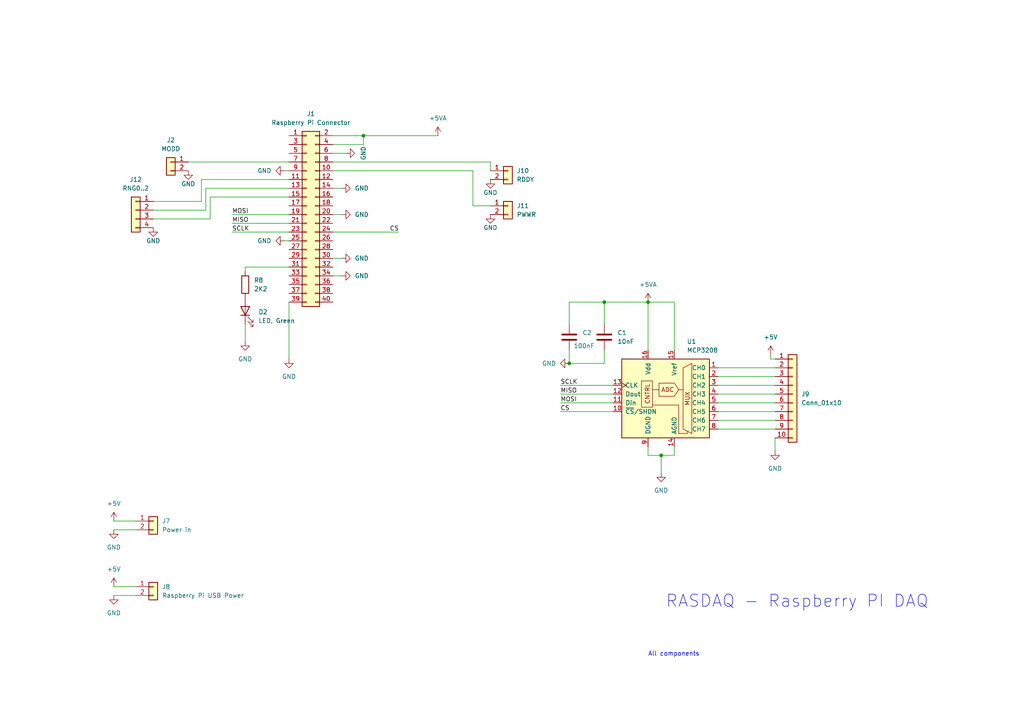
<source format=kicad_sch>
(kicad_sch (version 20230121) (generator eeschema)
  (paper "A4")
  (lib_symbols
    (symbol "Analog_ADC:MCP3208" (pin_names (offset 1.016))
      (property "Reference" "U" (at -5.08 13.335 0))
      (property "Value" "MCP3208" (at -5.08 11.43 0))
      (symbol "MCP3208_0_0"
        (text "ADC" (at -0.635 1.27 0) (effects (font (size 1.27 1.27))))
        (text "CNTRL" (at 5.969 -2.921 900) (effects (font (size 1.27 1.27)) (justify left bottom)))
        (text "MUX" (at -6.35 -1.27 900) (effects (font (size 1.27 1.27))))
      )
      (symbol "MCP3208_0_1"
        (polyline (pts (xy -3.81 1.27) (xy -5.08 1.27)))
        (polyline (pts (xy 1.905 1.27) (xy 3.81 1.27)))
        (polyline (pts (xy -7.62 8.89) (xy -7.62 -11.43) (xy -5.08 -10.16) (xy -5.08 7.62) (xy -7.62 8.89)))
        (polyline (pts (xy 3.81 -3.175) (xy -3.81 -3.175) (xy -3.81 -11.43) (xy -6.35 -11.43) (xy -6.35 -10.795)))
        (polyline (pts (xy 1.905 3.175) (xy 1.905 -0.635) (xy -2.54 -0.635) (xy -3.81 1.27) (xy -2.54 3.175) (xy 1.905 3.175)))
        (rectangle (start 3.81 -3.81) (end 6.985 3.81))
        (rectangle (start 12.7 -12.7) (end -12.7 10.16) (stroke (width 0.254)) (fill (type background)))
      )
      (symbol "MCP3208_1_1"
        (pin input line (at -15.24 7.62 0) (length 2.54) (name "CH0") (number "1"))
        (pin input line (at 15.24 -5.08 180) (length 2.54) (name "~{CS}/SHDN") (number "10"))
        (pin input line (at 15.24 -2.54 180) (length 2.54) (name "Din") (number "11"))
        (pin output line (at 15.24 0 180) (length 2.54) (name "Dout") (number "12"))
        (pin input clock (at 15.24 2.54 180) (length 2.54) (name "CLK") (number "13"))
        (pin power_in line (at -2.54 -15.24 90) (length 2.54) (name "AGND") (number "14"))
        (pin power_in line (at -2.54 12.7 270) (length 2.54) (name "Vref") (number "15"))
        (pin power_in line (at 5.08 12.7 270) (length 2.54) (name "Vdd") (number "16"))
        (pin input line (at -15.24 5.08 0) (length 2.54) (name "CH1") (number "2"))
        (pin input line (at -15.24 2.54 0) (length 2.54) (name "CH2") (number "3"))
        (pin input line (at -15.24 0 0) (length 2.54) (name "CH3") (number "4"))
        (pin input line (at -15.24 -2.54 0) (length 2.54) (name "CH4") (number "5"))
        (pin input line (at -15.24 -5.08 0) (length 2.54) (name "CH5") (number "6"))
        (pin input line (at -15.24 -7.62 0) (length 2.54) (name "CH6") (number "7"))
        (pin input line (at -15.24 -10.16 0) (length 2.54) (name "CH7") (number "8"))
        (pin power_in line (at 5.08 -15.24 90) (length 2.54) (name "DGND") (number "9"))
      )
    )
    (symbol "Connector_Generic:Conn_01x02" (pin_names (offset 1.016) hide)
      (property "Reference" "J" (at 0 2.54 0))
      (property "Value" "Conn_01x02" (at 0 -5.08 0))
      (symbol "Conn_01x02_1_1"
        (rectangle (start -1.27 -2.413) (end 0 -2.667) (stroke (width 0.1524)))
        (rectangle (start -1.27 0.127) (end 0 -0.127) (stroke (width 0.1524)))
        (rectangle (start -1.27 1.27) (end 1.27 -3.81) (stroke (width 0.254)) (fill (type background)))
        (pin passive line (at -5.08 0 0) (length 3.81) (name "Pin_1") (number "1"))
        (pin passive line (at -5.08 -2.54 0) (length 3.81) (name "Pin_2") (number "2"))
      )
    )
    (symbol "Connector_Generic:Conn_01x04" (pin_names (offset 1.016) hide)
      (property "Reference" "J" (at 0 5.08 0))
      (property "Value" "Conn_01x04" (at 0 -7.62 0))
      (symbol "Conn_01x04_1_1"
        (rectangle (start -1.27 -4.953) (end 0 -5.207) (stroke (width 0.1524)))
        (rectangle (start -1.27 -2.413) (end 0 -2.667) (stroke (width 0.1524)))
        (rectangle (start -1.27 0.127) (end 0 -0.127) (stroke (width 0.1524)))
        (rectangle (start -1.27 2.667) (end 0 2.413) (stroke (width 0.1524)))
        (rectangle (start -1.27 3.81) (end 1.27 -6.35) (stroke (width 0.254)) (fill (type background)))
        (pin passive line (at -5.08 2.54 0) (length 3.81) (name "Pin_1") (number "1"))
        (pin passive line (at -5.08 0 0) (length 3.81) (name "Pin_2") (number "2"))
        (pin passive line (at -5.08 -2.54 0) (length 3.81) (name "Pin_3") (number "3"))
        (pin passive line (at -5.08 -5.08 0) (length 3.81) (name "Pin_4") (number "4"))
      )
    )
    (symbol "Connector_Generic:Conn_01x10" (pin_names (offset 1.016) hide)
      (property "Reference" "J" (at 0 12.7 0))
      (property "Value" "Conn_01x10" (at 0 -15.24 0))
      (symbol "Conn_01x10_1_1"
        (rectangle (start -1.27 -12.573) (end 0 -12.827) (stroke (width 0.1524)))
        (rectangle (start -1.27 -10.033) (end 0 -10.287) (stroke (width 0.1524)))
        (rectangle (start -1.27 -7.493) (end 0 -7.747) (stroke (width 0.1524)))
        (rectangle (start -1.27 -4.953) (end 0 -5.207) (stroke (width 0.1524)))
        (rectangle (start -1.27 -2.413) (end 0 -2.667) (stroke (width 0.1524)))
        (rectangle (start -1.27 0.127) (end 0 -0.127) (stroke (width 0.1524)))
        (rectangle (start -1.27 2.667) (end 0 2.413) (stroke (width 0.1524)))
        (rectangle (start -1.27 5.207) (end 0 4.953) (stroke (width 0.1524)))
        (rectangle (start -1.27 7.747) (end 0 7.493) (stroke (width 0.1524)))
        (rectangle (start -1.27 10.287) (end 0 10.033) (stroke (width 0.1524)))
        (rectangle (start -1.27 11.43) (end 1.27 -13.97) (stroke (width 0.254)) (fill (type background)))
        (pin passive line (at -5.08 10.16 0) (length 3.81) (name "Pin_1") (number "1"))
        (pin passive line (at -5.08 -12.7 0) (length 3.81) (name "Pin_10") (number "10"))
        (pin passive line (at -5.08 7.62 0) (length 3.81) (name "Pin_2") (number "2"))
        (pin passive line (at -5.08 5.08 0) (length 3.81) (name "Pin_3") (number "3"))
        (pin passive line (at -5.08 2.54 0) (length 3.81) (name "Pin_4") (number "4"))
        (pin passive line (at -5.08 0 0) (length 3.81) (name "Pin_5") (number "5"))
        (pin passive line (at -5.08 -2.54 0) (length 3.81) (name "Pin_6") (number "6"))
        (pin passive line (at -5.08 -5.08 0) (length 3.81) (name "Pin_7") (number "7"))
        (pin passive line (at -5.08 -7.62 0) (length 3.81) (name "Pin_8") (number "8"))
        (pin passive line (at -5.08 -10.16 0) (length 3.81) (name "Pin_9") (number "9"))
      )
    )
    (symbol "Connector_Generic:Conn_02x20_Odd_Even" (pin_names (offset 1.016) hide)
      (property "Reference" "J" (at 1.27 25.4 0))
      (property "Value" "Conn_02x20_Odd_Even" (at 1.27 -27.94 0))
      (symbol "Conn_02x20_Odd_Even_1_1"
        (rectangle (start -1.27 -25.273) (end 0 -25.527) (stroke (width 0.1524)))
        (rectangle (start -1.27 -22.733) (end 0 -22.987) (stroke (width 0.1524)))
        (rectangle (start -1.27 -20.193) (end 0 -20.447) (stroke (width 0.1524)))
        (rectangle (start -1.27 -17.653) (end 0 -17.907) (stroke (width 0.1524)))
        (rectangle (start -1.27 -15.113) (end 0 -15.367) (stroke (width 0.1524)))
        (rectangle (start -1.27 -12.573) (end 0 -12.827) (stroke (width 0.1524)))
        (rectangle (start -1.27 -10.033) (end 0 -10.287) (stroke (width 0.1524)))
        (rectangle (start -1.27 -7.493) (end 0 -7.747) (stroke (width 0.1524)))
        (rectangle (start -1.27 -4.953) (end 0 -5.207) (stroke (width 0.1524)))
        (rectangle (start -1.27 -2.413) (end 0 -2.667) (stroke (width 0.1524)))
        (rectangle (start -1.27 0.127) (end 0 -0.127) (stroke (width 0.1524)))
        (rectangle (start -1.27 2.667) (end 0 2.413) (stroke (width 0.1524)))
        (rectangle (start -1.27 5.207) (end 0 4.953) (stroke (width 0.1524)))
        (rectangle (start -1.27 7.747) (end 0 7.493) (stroke (width 0.1524)))
        (rectangle (start -1.27 10.287) (end 0 10.033) (stroke (width 0.1524)))
        (rectangle (start -1.27 12.827) (end 0 12.573) (stroke (width 0.1524)))
        (rectangle (start -1.27 15.367) (end 0 15.113) (stroke (width 0.1524)))
        (rectangle (start -1.27 17.907) (end 0 17.653) (stroke (width 0.1524)))
        (rectangle (start -1.27 20.447) (end 0 20.193) (stroke (width 0.1524)))
        (rectangle (start -1.27 22.987) (end 0 22.733) (stroke (width 0.1524)))
        (rectangle (start -1.27 24.13) (end 3.81 -26.67) (stroke (width 0.254)) (fill (type background)))
        (rectangle (start 3.81 -25.273) (end 2.54 -25.527) (stroke (width 0.1524)))
        (rectangle (start 3.81 -22.733) (end 2.54 -22.987) (stroke (width 0.1524)))
        (rectangle (start 3.81 -20.193) (end 2.54 -20.447) (stroke (width 0.1524)))
        (rectangle (start 3.81 -17.653) (end 2.54 -17.907) (stroke (width 0.1524)))
        (rectangle (start 3.81 -15.113) (end 2.54 -15.367) (stroke (width 0.1524)))
        (rectangle (start 3.81 -12.573) (end 2.54 -12.827) (stroke (width 0.1524)))
        (rectangle (start 3.81 -10.033) (end 2.54 -10.287) (stroke (width 0.1524)))
        (rectangle (start 3.81 -7.493) (end 2.54 -7.747) (stroke (width 0.1524)))
        (rectangle (start 3.81 -4.953) (end 2.54 -5.207) (stroke (width 0.1524)))
        (rectangle (start 3.81 -2.413) (end 2.54 -2.667) (stroke (width 0.1524)))
        (rectangle (start 3.81 0.127) (end 2.54 -0.127) (stroke (width 0.1524)))
        (rectangle (start 3.81 2.667) (end 2.54 2.413) (stroke (width 0.1524)))
        (rectangle (start 3.81 5.207) (end 2.54 4.953) (stroke (width 0.1524)))
        (rectangle (start 3.81 7.747) (end 2.54 7.493) (stroke (width 0.1524)))
        (rectangle (start 3.81 10.287) (end 2.54 10.033) (stroke (width 0.1524)))
        (rectangle (start 3.81 12.827) (end 2.54 12.573) (stroke (width 0.1524)))
        (rectangle (start 3.81 15.367) (end 2.54 15.113) (stroke (width 0.1524)))
        (rectangle (start 3.81 17.907) (end 2.54 17.653) (stroke (width 0.1524)))
        (rectangle (start 3.81 20.447) (end 2.54 20.193) (stroke (width 0.1524)))
        (rectangle (start 3.81 22.987) (end 2.54 22.733) (stroke (width 0.1524)))
        (pin passive line (at -5.08 22.86 0) (length 3.81) (name "Pin_1") (number "1"))
        (pin passive line (at 7.62 12.7 180) (length 3.81) (name "Pin_10") (number "10"))
        (pin passive line (at -5.08 10.16 0) (length 3.81) (name "Pin_11") (number "11"))
        (pin passive line (at 7.62 10.16 180) (length 3.81) (name "Pin_12") (number "12"))
        (pin passive line (at -5.08 7.62 0) (length 3.81) (name "Pin_13") (number "13"))
        (pin passive line (at 7.62 7.62 180) (length 3.81) (name "Pin_14") (number "14"))
        (pin passive line (at -5.08 5.08 0) (length 3.81) (name "Pin_15") (number "15"))
        (pin passive line (at 7.62 5.08 180) (length 3.81) (name "Pin_16") (number "16"))
        (pin passive line (at -5.08 2.54 0) (length 3.81) (name "Pin_17") (number "17"))
        (pin passive line (at 7.62 2.54 180) (length 3.81) (name "Pin_18") (number "18"))
        (pin passive line (at -5.08 0 0) (length 3.81) (name "Pin_19") (number "19"))
        (pin passive line (at 7.62 22.86 180) (length 3.81) (name "Pin_2") (number "2"))
        (pin passive line (at 7.62 0 180) (length 3.81) (name "Pin_20") (number "20"))
        (pin passive line (at -5.08 -2.54 0) (length 3.81) (name "Pin_21") (number "21"))
        (pin passive line (at 7.62 -2.54 180) (length 3.81) (name "Pin_22") (number "22"))
        (pin passive line (at -5.08 -5.08 0) (length 3.81) (name "Pin_23") (number "23"))
        (pin passive line (at 7.62 -5.08 180) (length 3.81) (name "Pin_24") (number "24"))
        (pin passive line (at -5.08 -7.62 0) (length 3.81) (name "Pin_25") (number "25"))
        (pin passive line (at 7.62 -7.62 180) (length 3.81) (name "Pin_26") (number "26"))
        (pin passive line (at -5.08 -10.16 0) (length 3.81) (name "Pin_27") (number "27"))
        (pin passive line (at 7.62 -10.16 180) (length 3.81) (name "Pin_28") (number "28"))
        (pin passive line (at -5.08 -12.7 0) (length 3.81) (name "Pin_29") (number "29"))
        (pin passive line (at -5.08 20.32 0) (length 3.81) (name "Pin_3") (number "3"))
        (pin passive line (at 7.62 -12.7 180) (length 3.81) (name "Pin_30") (number "30"))
        (pin passive line (at -5.08 -15.24 0) (length 3.81) (name "Pin_31") (number "31"))
        (pin passive line (at 7.62 -15.24 180) (length 3.81) (name "Pin_32") (number "32"))
        (pin passive line (at -5.08 -17.78 0) (length 3.81) (name "Pin_33") (number "33"))
        (pin passive line (at 7.62 -17.78 180) (length 3.81) (name "Pin_34") (number "34"))
        (pin passive line (at -5.08 -20.32 0) (length 3.81) (name "Pin_35") (number "35"))
        (pin passive line (at 7.62 -20.32 180) (length 3.81) (name "Pin_36") (number "36"))
        (pin passive line (at -5.08 -22.86 0) (length 3.81) (name "Pin_37") (number "37"))
        (pin passive line (at 7.62 -22.86 180) (length 3.81) (name "Pin_38") (number "38"))
        (pin passive line (at -5.08 -25.4 0) (length 3.81) (name "Pin_39") (number "39"))
        (pin passive line (at 7.62 20.32 180) (length 3.81) (name "Pin_4") (number "4"))
        (pin passive line (at 7.62 -25.4 180) (length 3.81) (name "Pin_40") (number "40"))
        (pin passive line (at -5.08 17.78 0) (length 3.81) (name "Pin_5") (number "5"))
        (pin passive line (at 7.62 17.78 180) (length 3.81) (name "Pin_6") (number "6"))
        (pin passive line (at -5.08 15.24 0) (length 3.81) (name "Pin_7") (number "7"))
        (pin passive line (at 7.62 15.24 180) (length 3.81) (name "Pin_8") (number "8"))
        (pin passive line (at -5.08 12.7 0) (length 3.81) (name "Pin_9") (number "9"))
      )
    )
    (symbol "Device:C" (pin_numbers hide) (pin_names (offset 0.254))
      (property "Reference" "C" (at 0.635 2.54 0))
      (property "Value" "C" (at 0.635 -2.54 0))
      (symbol "C_0_1"
        (polyline (pts (xy -2.032 -0.762) (xy 2.032 -0.762)) (stroke (width 0.508)))
        (polyline (pts (xy -2.032 0.762) (xy 2.032 0.762)) (stroke (width 0.508)))
      )
      (symbol "C_1_1"
        (pin passive line (at 0 3.81 270) (length 2.794) (name "~") (number "1"))
        (pin passive line (at 0 -3.81 90) (length 2.794) (name "~") (number "2"))
      )
    )
    (symbol "Device:LED" (pin_numbers hide) (pin_names (offset 1.016) hide)
      (property "Reference" "D" (at 0 2.54 0))
      (property "Value" "LED" (at 0 -2.54 0))
      (symbol "LED_0_1"
        (polyline (pts (xy -1.27 -1.27) (xy -1.27 1.27)) (stroke (width 0.254)))
        (polyline (pts (xy -1.27 0) (xy 1.27 0)))
        (polyline (pts (xy 1.27 -1.27) (xy 1.27 1.27) (xy -1.27 0) (xy 1.27 -1.27)) (stroke (width 0.254)))
        (polyline (pts (xy -3.048 -0.762) (xy -4.572 -2.286) (xy -3.81 -2.286) (xy -4.572 -2.286) (xy -4.572 -1.524)))
        (polyline (pts (xy -1.778 -0.762) (xy -3.302 -2.286) (xy -2.54 -2.286) (xy -3.302 -2.286) (xy -3.302 -1.524)))
      )
      (symbol "LED_1_1"
        (pin passive line (at -3.81 0 0) (length 2.54) (name "K") (number "1"))
        (pin passive line (at 3.81 0 180) (length 2.54) (name "A") (number "2"))
      )
    )
    (symbol "Device:R" (pin_numbers hide) (pin_names (offset 0))
      (property "Reference" "R" (at 2.032 0 90))
      (property "Value" "R" (at 0 0 90))
      (symbol "R_0_1"
        (rectangle (start -1.016 -2.54) (end 1.016 2.54) (stroke (width 0.254)))
      )
      (symbol "R_1_1"
        (pin passive line (at 0 3.81 270) (length 1.27) (name "~") (number "1"))
        (pin passive line (at 0 -3.81 90) (length 1.27) (name "~") (number "2"))
      )
    )
    (symbol "power:+5V" (power) (pin_names (offset 0))
      (property "Value" "+5V" (at 0 3.556 0))
      (symbol "+5V_0_1"
        (polyline (pts (xy -0.762 1.27) (xy 0 2.54)))
        (polyline (pts (xy 0 0) (xy 0 2.54)))
        (polyline (pts (xy 0 2.54) (xy 0.762 1.27)))
      )
      (symbol "+5V_1_1"
        (pin power_in line (at 0 0 90) (length 0) hide (name "+5V") (number "1"))
      )
    )
    (symbol "power:+5VA" (power) (pin_names (offset 0))
      (property "Value" "+5VA" (at 0 3.556 0))
      (symbol "+5VA_0_1"
        (polyline (pts (xy -0.762 1.27) (xy 0 2.54)))
        (polyline (pts (xy 0 0) (xy 0 2.54)))
        (polyline (pts (xy 0 2.54) (xy 0.762 1.27)))
      )
      (symbol "+5VA_1_1"
        (pin power_in line (at 0 0 90) (length 0) hide (name "+5VA") (number "1"))
      )
    )
    (symbol "power:GND" (power) (pin_names (offset 0))
      (property "Value" "GND" (at 0 -3.81 0))
      (symbol "GND_0_1"
        (polyline (pts (xy 0 0) (xy 0 -1.27) (xy 1.27 -1.27) (xy 0 -2.54) (xy -1.27 -1.27) (xy 0 -1.27)))
      )
      (symbol "GND_1_1"
        (pin power_in line (at 0 0 270) (length 0) hide (name "GND") (number "1"))
      )
    )
  )
  (junction (at 175.26 87.63))
  (junction (at 191.77 132.08))
  (junction (at 187.96 87.63))
  (junction (at 105.41 39.37))
  (junction (at 165.1 105.41))
  (wire (pts (xy 99.06 54.61) (xy 96.52 54.61)))
  (wire (pts (xy 175.26 101.6) (xy 175.26 105.41)))
  (wire (pts (xy 96.52 49.53) (xy 137.16 49.53)))
  (wire (pts (xy 33.02 151.13) (xy 39.37 151.13)))
  (wire (pts (xy 67.31 64.77) (xy 83.82 64.77)))
  (wire (pts (xy 137.16 59.69) (xy 142.24 59.69)))
  (wire (pts (xy 165.1 93.98) (xy 165.1 87.63)))
  (wire (pts (xy 127 39.37) (xy 105.41 39.37)))
  (wire (pts (xy 82.55 69.85) (xy 83.82 69.85)))
  (wire (pts (xy 142.24 46.99) (xy 142.24 49.53)))
  (wire (pts (xy 83.82 104.14) (xy 83.82 87.63)))
  (wire (pts (xy 191.77 132.08) (xy 191.77 137.16)))
  (wire (pts (xy 67.31 62.23) (xy 83.82 62.23)))
  (wire (pts (xy 96.52 39.37) (xy 105.41 39.37)))
  (wire (pts (xy 162.56 111.76) (xy 177.8 111.76)))
  (wire (pts (xy 191.77 132.08) (xy 195.58 132.08)))
  (wire (pts (xy 195.58 132.08) (xy 195.58 129.54)))
  (wire (pts (xy 99.06 62.23) (xy 96.52 62.23)))
  (wire (pts (xy 82.55 49.53) (xy 83.82 49.53)))
  (wire (pts (xy 33.02 170.18) (xy 39.37 170.18)))
  (wire (pts (xy 33.02 172.72) (xy 39.37 172.72)))
  (wire (pts (xy 59.69 60.96) (xy 44.45 60.96)))
  (wire (pts (xy 83.82 77.47) (xy 71.12 77.47)))
  (wire (pts (xy 59.69 54.61) (xy 59.69 60.96)))
  (wire (pts (xy 83.82 57.15) (xy 60.96 57.15)))
  (wire (pts (xy 99.06 80.01) (xy 96.52 80.01)))
  (wire (pts (xy 165.1 105.41) (xy 165.1 101.6)))
  (wire (pts (xy 195.58 87.63) (xy 187.96 87.63)))
  (wire (pts (xy 187.96 132.08) (xy 191.77 132.08)))
  (wire (pts (xy 105.41 41.91) (xy 96.52 41.91)))
  (wire (pts (xy 105.41 39.37) (xy 105.41 41.91)))
  (wire (pts (xy 208.28 116.84) (xy 224.79 116.84)))
  (wire (pts (xy 96.52 67.31) (xy 115.57 67.31)))
  (wire (pts (xy 162.56 114.3) (xy 177.8 114.3)))
  (wire (pts (xy 223.52 104.14) (xy 223.52 102.87)))
  (wire (pts (xy 208.28 124.46) (xy 224.79 124.46)))
  (wire (pts (xy 208.28 121.92) (xy 224.79 121.92)))
  (wire (pts (xy 83.82 52.07) (xy 58.42 52.07)))
  (wire (pts (xy 60.96 63.5) (xy 44.45 63.5)))
  (wire (pts (xy 83.82 54.61) (xy 59.69 54.61)))
  (wire (pts (xy 175.26 93.98) (xy 175.26 87.63)))
  (wire (pts (xy 58.42 58.42) (xy 44.45 58.42)))
  (wire (pts (xy 71.12 93.98) (xy 71.12 99.06)))
  (wire (pts (xy 187.96 87.63) (xy 187.96 101.6)))
  (wire (pts (xy 208.28 109.22) (xy 224.79 109.22)))
  (wire (pts (xy 100.33 44.45) (xy 96.52 44.45)))
  (wire (pts (xy 162.56 119.38) (xy 177.8 119.38)))
  (wire (pts (xy 162.56 116.84) (xy 177.8 116.84)))
  (wire (pts (xy 96.52 46.99) (xy 142.24 46.99)))
  (wire (pts (xy 67.31 67.31) (xy 83.82 67.31)))
  (wire (pts (xy 33.02 153.67) (xy 39.37 153.67)))
  (wire (pts (xy 187.96 129.54) (xy 187.96 132.08)))
  (wire (pts (xy 165.1 87.63) (xy 175.26 87.63)))
  (wire (pts (xy 71.12 77.47) (xy 71.12 78.74)))
  (wire (pts (xy 99.06 74.93) (xy 96.52 74.93)))
  (wire (pts (xy 208.28 111.76) (xy 224.79 111.76)))
  (wire (pts (xy 54.61 46.99) (xy 83.82 46.99)))
  (wire (pts (xy 224.79 127) (xy 224.79 130.81)))
  (wire (pts (xy 224.79 104.14) (xy 223.52 104.14)))
  (wire (pts (xy 208.28 119.38) (xy 224.79 119.38)))
  (wire (pts (xy 195.58 87.63) (xy 195.58 101.6)))
  (wire (pts (xy 58.42 52.07) (xy 58.42 58.42)))
  (wire (pts (xy 137.16 49.53) (xy 137.16 59.69)))
  (wire (pts (xy 60.96 57.15) (xy 60.96 63.5)))
  (wire (pts (xy 208.28 106.68) (xy 224.79 106.68)))
  (wire (pts (xy 175.26 87.63) (xy 187.96 87.63)))
  (wire (pts (xy 165.1 105.41) (xy 175.26 105.41)))
  (wire (pts (xy 208.28 114.3) (xy 224.79 114.3)))
  (text "All components" (at 187.96 190.5 0) (effects (font (size 1.27 1.27)) (justify left bottom)))
  (text "RASDAQ - Raspberry PI DAQ" (at 193.04 176.53 0) (effects (font (size 3.5 3.5)) (justify left bottom)))
  (label "MOSI" (at 67.31 62.23 0))
  (label "CS" (at 113.03 67.31 0))
  (label "MISO" (at 162.56 114.3 0))
  (label "SCLK" (at 67.31 67.31 0))
  (label "SCLK" (at 162.56 111.76 0))
  (label "CS" (at 162.56 119.38 0))
  (label "MOSI" (at 162.56 116.84 0))
  (label "MISO" (at 67.31 64.77 0))
  (symbol (lib_id "power:GND") (at 99.06 62.23 90) (unit 1)
    (property "Reference" "#PWR024" (effects hide))
    (property "Value" "GND" (at 102.87 62.23 90) (effects (justify right)))
  )
  (symbol (lib_id "power:GND") (at 191.77 137.16 0) (unit 1)
    (property "Reference" "#PWR02" (effects hide))
    (property "Value" "GND" (at 191.77 142.24 0))
  )
  (symbol (lib_id "power:GND") (at 100.33 44.45 90) (unit 1)
    (property "Reference" "#PWR01" (effects hide))
    (property "Value" "GND" (at 105.41 44.45 0))
  )
  (symbol (lib_id "power:GND") (at 99.06 80.01 90) (unit 1)
    (property "Reference" "#PWR026" (effects hide))
    (property "Value" "GND" (at 102.87 80.01 90) (effects (justify right)))
  )
  (symbol (lib_id "Connector_Generic:Conn_01x02") (at 147.32 49.53 0) (unit 1)
    (property "Reference" "J10" (at 149.86 49.53 0) (effects (justify left)))
    (property "Value" "RDDY" (at 149.86 52.07 0) (effects (justify left)))
  )
  (symbol (lib_id "Device:C") (at 165.1 97.79 0) (unit 1)
    (property "Reference" "C2" (at 168.91 96.52 0) (effects (justify left)))
    (property "Value" "100nF" (at 166.37 100.33 0) (effects (justify left)))
  )
  (symbol (lib_id "power:+5V") (at 223.52 102.87 0) (unit 1)
    (property "Reference" "#PWR07" (effects hide))
    (property "Value" "+5V" (at 223.52 97.79 0))
  )
  (symbol (lib_id "power:GND") (at 142.24 52.07 0) (unit 1)
    (property "Reference" "#PWR031" (effects hide))
    (property "Value" "GND" (at 142.24 55.88 0))
  )
  (symbol (lib_id "power:GND") (at 224.79 130.81 0) (unit 1)
    (property "Reference" "#PWR06" (effects hide))
    (property "Value" "GND" (at 224.79 135.89 0))
  )
  (symbol (lib_id "power:GND") (at 71.12 99.06 0) (unit 1)
    (property "Reference" "#PWR019" (effects hide))
    (property "Value" "GND" (at 71.12 104.14 0))
  )
  (symbol (lib_id "power:GND") (at 99.06 74.93 90) (unit 1)
    (property "Reference" "#PWR025" (effects hide))
    (property "Value" "GND" (at 102.87 74.93 90) (effects (justify right)))
  )
  (symbol (lib_id "Device:R") (at 71.12 82.55 180) (unit 1)
    (property "Reference" "R8" (at 73.66 81.28 0) (effects (justify right)))
    (property "Value" "2K2" (at 73.66 83.82 0) (effects (justify right)))
  )
  (symbol (lib_id "power:+5V") (at 33.02 170.18 0) (unit 1)
    (property "Reference" "#PWR09" (effects hide))
    (property "Value" "+5V" (at 33.02 165.1 0))
  )
  (symbol (lib_id "Connector_Generic:Conn_01x02") (at 44.45 170.18 0) (unit 1)
    (property "Reference" "J8" (at 46.99 170.18 0) (effects (justify left)))
    (property "Value" "Raspberry Pi USB Power" (at 46.99 172.72 0) (effects (justify left)))
  )
  (symbol (lib_id "Connector_Generic:Conn_02x20_Odd_Even") (at 88.9 62.23 0) (unit 1)
    (property "Reference" "J1" (at 90.17 33.02 0))
    (property "Value" "Raspberry Pi Connector" (at 90.17 35.56 0))
  )
  (symbol (lib_id "power:GND") (at 54.61 49.53 0) (mirror y) (unit 1)
    (property "Reference" "#PWR03" (effects hide))
    (property "Value" "GND" (at 54.61 53.34 0))
  )
  (symbol (lib_id "power:GND") (at 165.1 105.41 270) (unit 1)
    (property "Reference" "#PWR038" (effects hide))
    (property "Value" "GND" (at 161.29 105.41 90) (effects (justify right)))
  )
  (symbol (lib_id "power:+5V") (at 33.02 151.13 0) (unit 1)
    (property "Reference" "#PWR08" (effects hide))
    (property "Value" "+5V" (at 33.02 146.05 0))
  )
  (symbol (lib_id "Connector_Generic:Conn_01x02") (at 49.53 46.99 0) (mirror y) (unit 1)
    (property "Reference" "J2" (at 49.53 40.64 0))
    (property "Value" "MODD" (at 49.53 43.18 0))
  )
  (symbol (lib_id "power:+5VA") (at 127 39.37 0) (unit 1)
    (property "Reference" "#PWR021" (effects hide))
    (property "Value" "+5VA" (at 127 34.29 0))
  )
  (symbol (lib_id "power:GND") (at 83.82 104.14 0) (unit 1)
    (property "Reference" "#PWR029" (effects hide))
    (property "Value" "GND" (at 83.82 109.22 0))
  )
  (symbol (lib_id "power:GND") (at 44.45 66.04 0) (mirror y) (unit 1)
    (property "Reference" "#PWR018" (effects hide))
    (property "Value" "GND" (at 44.45 69.85 0))
  )
  (symbol (lib_id "power:GND") (at 82.55 69.85 270) (unit 1)
    (property "Reference" "#PWR028" (effects hide))
    (property "Value" "GND" (at 78.74 69.85 90) (effects (justify right)))
  )
  (symbol (lib_id "power:GND") (at 142.24 62.23 0) (unit 1)
    (property "Reference" "#PWR030" (effects hide))
    (property "Value" "GND" (at 142.24 66.04 0))
  )
  (symbol (lib_id "Connector_Generic:Conn_01x10") (at 229.87 114.3 0) (unit 1)
    (property "Reference" "J9" (at 232.41 114.3 0) (effects (justify left)))
    (property "Value" "Conn_01x10" (at 232.41 116.84 0) (effects (justify left)))
  )
  (symbol (lib_id "Connector_Generic:Conn_01x02") (at 44.45 151.13 0) (unit 1)
    (property "Reference" "J7" (at 46.99 151.13 0) (effects (justify left)))
    (property "Value" "Power in" (at 46.99 153.67 0) (effects (justify left)))
  )
  (symbol (lib_id "Connector_Generic:Conn_01x04") (at 39.37 60.96 0) (mirror y) (unit 1)
    (property "Reference" "J12" (at 39.37 52.07 0))
    (property "Value" "RNG0..2" (at 39.37 54.61 0))
  )
  (symbol (lib_id "power:GND") (at 82.55 49.53 270) (unit 1)
    (property "Reference" "#PWR027" (effects hide))
    (property "Value" "GND" (at 78.74 49.53 90) (effects (justify right)))
  )
  (symbol (lib_id "power:GND") (at 99.06 54.61 90) (unit 1)
    (property "Reference" "#PWR023" (effects hide))
    (property "Value" "GND" (at 102.87 54.61 90) (effects (justify right)))
  )
  (symbol (lib_id "power:GND") (at 33.02 153.67 0) (unit 1)
    (property "Reference" "#PWR04" (effects hide))
    (property "Value" "GND" (at 33.02 158.75 0))
  )
  (symbol (lib_id "power:GND") (at 33.02 172.72 0) (unit 1)
    (property "Reference" "#PWR05" (effects hide))
    (property "Value" "GND" (at 33.02 177.8 0))
  )
  (symbol (lib_id "Device:C") (at 175.26 97.79 0) (unit 1)
    (property "Reference" "C1" (at 179.07 96.52 0) (effects (justify left)))
    (property "Value" "10nF" (at 179.07 99.06 0) (effects (justify left)))
  )
  (symbol (lib_id "Analog_ADC:MCP3208") (at 193.04 114.3 0) (mirror y) (unit 1)
    (property "Reference" "U1" (at 199.2061 99.06 0) (effects (justify right)))
    (property "Value" "MCP3208" (at 199.2061 101.6 0) (effects (justify right)))
    (property "Datasheet" "http://ww1.microchip.com/downloads/en/DeviceDoc/21298c.pdf" (effects hide))
  )
  (symbol (lib_id "power:+5VA") (at 187.96 87.63 0) (unit 1)
    (property "Reference" "#PWR022" (effects hide))
    (property "Value" "+5VA" (at 187.96 82.55 0))
  )
  (symbol (lib_id "Device:LED") (at 71.12 90.17 90) (unit 1)
    (property "Reference" "D2" (at 74.93 90.4875 90) (effects (justify right)))
    (property "Value" "LED, Green" (at 74.93 93.0275 90) (effects (justify right)))
  )
  (symbol (lib_id "Connector_Generic:Conn_01x02") (at 147.32 59.69 0) (unit 1)
    (property "Reference" "J11" (at 149.86 59.69 0) (effects (justify left)))
    (property "Value" "PWWR" (at 149.86 62.23 0) (effects (justify left)))
  )
)
</source>
